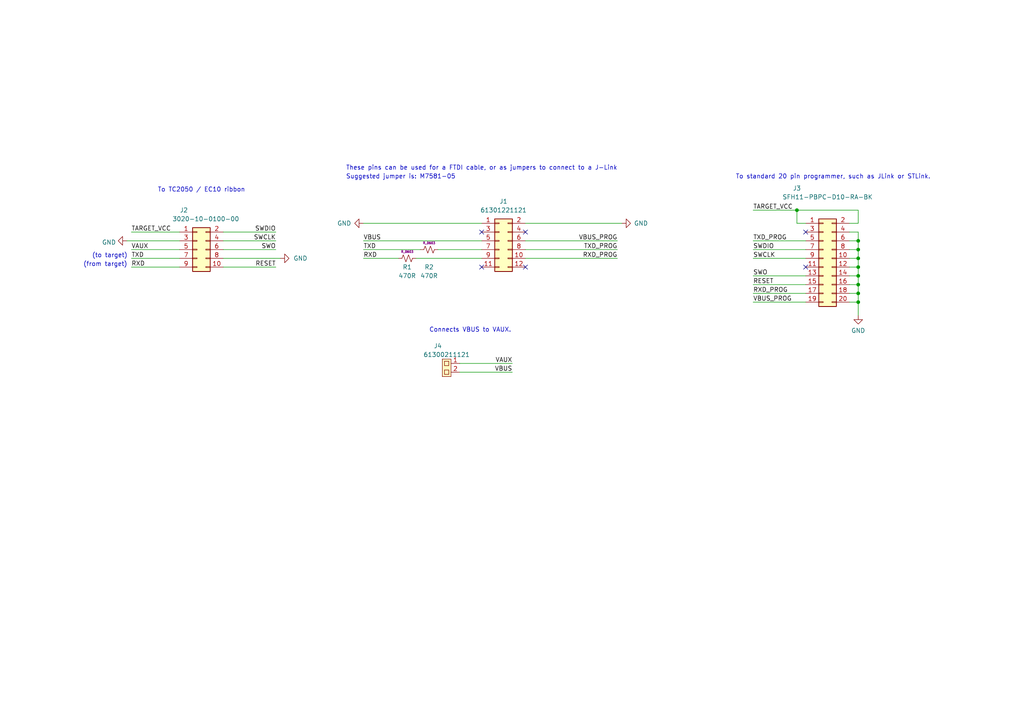
<source format=kicad_sch>
(kicad_sch (version 20230121) (generator eeschema)

  (uuid 3e2b03f1-8714-4135-aacc-87fe7d5079ed)

  (paper "A4")

  (lib_symbols
    (symbol "Connector_Generic:Conn_02x05_Odd_Even" (pin_names (offset 1.016) hide) (in_bom yes) (on_board yes)
      (property "Reference" "J" (at 1.27 7.62 0)
        (effects (font (size 1.27 1.27)))
      )
      (property "Value" "Conn_02x05_Odd_Even" (at 1.27 -7.62 0)
        (effects (font (size 1.27 1.27)))
      )
      (property "Footprint" "" (at 0 0 0)
        (effects (font (size 1.27 1.27)) hide)
      )
      (property "Datasheet" "~" (at 0 0 0)
        (effects (font (size 1.27 1.27)) hide)
      )
      (property "ki_keywords" "connector" (at 0 0 0)
        (effects (font (size 1.27 1.27)) hide)
      )
      (property "ki_description" "Generic connector, double row, 02x05, odd/even pin numbering scheme (row 1 odd numbers, row 2 even numbers), script generated (kicad-library-utils/schlib/autogen/connector/)" (at 0 0 0)
        (effects (font (size 1.27 1.27)) hide)
      )
      (property "ki_fp_filters" "Connector*:*_2x??_*" (at 0 0 0)
        (effects (font (size 1.27 1.27)) hide)
      )
      (symbol "Conn_02x05_Odd_Even_1_1"
        (rectangle (start -1.27 -4.953) (end 0 -5.207)
          (stroke (width 0.1524) (type default))
          (fill (type none))
        )
        (rectangle (start -1.27 -2.413) (end 0 -2.667)
          (stroke (width 0.1524) (type default))
          (fill (type none))
        )
        (rectangle (start -1.27 0.127) (end 0 -0.127)
          (stroke (width 0.1524) (type default))
          (fill (type none))
        )
        (rectangle (start -1.27 2.667) (end 0 2.413)
          (stroke (width 0.1524) (type default))
          (fill (type none))
        )
        (rectangle (start -1.27 5.207) (end 0 4.953)
          (stroke (width 0.1524) (type default))
          (fill (type none))
        )
        (rectangle (start -1.27 6.35) (end 3.81 -6.35)
          (stroke (width 0.254) (type default))
          (fill (type background))
        )
        (rectangle (start 3.81 -4.953) (end 2.54 -5.207)
          (stroke (width 0.1524) (type default))
          (fill (type none))
        )
        (rectangle (start 3.81 -2.413) (end 2.54 -2.667)
          (stroke (width 0.1524) (type default))
          (fill (type none))
        )
        (rectangle (start 3.81 0.127) (end 2.54 -0.127)
          (stroke (width 0.1524) (type default))
          (fill (type none))
        )
        (rectangle (start 3.81 2.667) (end 2.54 2.413)
          (stroke (width 0.1524) (type default))
          (fill (type none))
        )
        (rectangle (start 3.81 5.207) (end 2.54 4.953)
          (stroke (width 0.1524) (type default))
          (fill (type none))
        )
        (pin passive line (at -5.08 5.08 0) (length 3.81)
          (name "Pin_1" (effects (font (size 1.27 1.27))))
          (number "1" (effects (font (size 1.27 1.27))))
        )
        (pin passive line (at 7.62 -5.08 180) (length 3.81)
          (name "Pin_10" (effects (font (size 1.27 1.27))))
          (number "10" (effects (font (size 1.27 1.27))))
        )
        (pin passive line (at 7.62 5.08 180) (length 3.81)
          (name "Pin_2" (effects (font (size 1.27 1.27))))
          (number "2" (effects (font (size 1.27 1.27))))
        )
        (pin passive line (at -5.08 2.54 0) (length 3.81)
          (name "Pin_3" (effects (font (size 1.27 1.27))))
          (number "3" (effects (font (size 1.27 1.27))))
        )
        (pin passive line (at 7.62 2.54 180) (length 3.81)
          (name "Pin_4" (effects (font (size 1.27 1.27))))
          (number "4" (effects (font (size 1.27 1.27))))
        )
        (pin passive line (at -5.08 0 0) (length 3.81)
          (name "Pin_5" (effects (font (size 1.27 1.27))))
          (number "5" (effects (font (size 1.27 1.27))))
        )
        (pin passive line (at 7.62 0 180) (length 3.81)
          (name "Pin_6" (effects (font (size 1.27 1.27))))
          (number "6" (effects (font (size 1.27 1.27))))
        )
        (pin passive line (at -5.08 -2.54 0) (length 3.81)
          (name "Pin_7" (effects (font (size 1.27 1.27))))
          (number "7" (effects (font (size 1.27 1.27))))
        )
        (pin passive line (at 7.62 -2.54 180) (length 3.81)
          (name "Pin_8" (effects (font (size 1.27 1.27))))
          (number "8" (effects (font (size 1.27 1.27))))
        )
        (pin passive line (at -5.08 -5.08 0) (length 3.81)
          (name "Pin_9" (effects (font (size 1.27 1.27))))
          (number "9" (effects (font (size 1.27 1.27))))
        )
      )
    )
    (symbol "Connector_Generic:Conn_02x06_Odd_Even" (pin_names (offset 1.016) hide) (in_bom yes) (on_board yes)
      (property "Reference" "J" (at 1.27 7.62 0)
        (effects (font (size 1.27 1.27)))
      )
      (property "Value" "Conn_02x06_Odd_Even" (at 1.27 -10.16 0)
        (effects (font (size 1.27 1.27)))
      )
      (property "Footprint" "" (at 0 0 0)
        (effects (font (size 1.27 1.27)) hide)
      )
      (property "Datasheet" "~" (at 0 0 0)
        (effects (font (size 1.27 1.27)) hide)
      )
      (property "ki_keywords" "connector" (at 0 0 0)
        (effects (font (size 1.27 1.27)) hide)
      )
      (property "ki_description" "Generic connector, double row, 02x06, odd/even pin numbering scheme (row 1 odd numbers, row 2 even numbers), script generated (kicad-library-utils/schlib/autogen/connector/)" (at 0 0 0)
        (effects (font (size 1.27 1.27)) hide)
      )
      (property "ki_fp_filters" "Connector*:*_2x??_*" (at 0 0 0)
        (effects (font (size 1.27 1.27)) hide)
      )
      (symbol "Conn_02x06_Odd_Even_1_1"
        (rectangle (start -1.27 -7.493) (end 0 -7.747)
          (stroke (width 0.1524) (type default))
          (fill (type none))
        )
        (rectangle (start -1.27 -4.953) (end 0 -5.207)
          (stroke (width 0.1524) (type default))
          (fill (type none))
        )
        (rectangle (start -1.27 -2.413) (end 0 -2.667)
          (stroke (width 0.1524) (type default))
          (fill (type none))
        )
        (rectangle (start -1.27 0.127) (end 0 -0.127)
          (stroke (width 0.1524) (type default))
          (fill (type none))
        )
        (rectangle (start -1.27 2.667) (end 0 2.413)
          (stroke (width 0.1524) (type default))
          (fill (type none))
        )
        (rectangle (start -1.27 5.207) (end 0 4.953)
          (stroke (width 0.1524) (type default))
          (fill (type none))
        )
        (rectangle (start -1.27 6.35) (end 3.81 -8.89)
          (stroke (width 0.254) (type default))
          (fill (type background))
        )
        (rectangle (start 3.81 -7.493) (end 2.54 -7.747)
          (stroke (width 0.1524) (type default))
          (fill (type none))
        )
        (rectangle (start 3.81 -4.953) (end 2.54 -5.207)
          (stroke (width 0.1524) (type default))
          (fill (type none))
        )
        (rectangle (start 3.81 -2.413) (end 2.54 -2.667)
          (stroke (width 0.1524) (type default))
          (fill (type none))
        )
        (rectangle (start 3.81 0.127) (end 2.54 -0.127)
          (stroke (width 0.1524) (type default))
          (fill (type none))
        )
        (rectangle (start 3.81 2.667) (end 2.54 2.413)
          (stroke (width 0.1524) (type default))
          (fill (type none))
        )
        (rectangle (start 3.81 5.207) (end 2.54 4.953)
          (stroke (width 0.1524) (type default))
          (fill (type none))
        )
        (pin passive line (at -5.08 5.08 0) (length 3.81)
          (name "Pin_1" (effects (font (size 1.27 1.27))))
          (number "1" (effects (font (size 1.27 1.27))))
        )
        (pin passive line (at 7.62 -5.08 180) (length 3.81)
          (name "Pin_10" (effects (font (size 1.27 1.27))))
          (number "10" (effects (font (size 1.27 1.27))))
        )
        (pin passive line (at -5.08 -7.62 0) (length 3.81)
          (name "Pin_11" (effects (font (size 1.27 1.27))))
          (number "11" (effects (font (size 1.27 1.27))))
        )
        (pin passive line (at 7.62 -7.62 180) (length 3.81)
          (name "Pin_12" (effects (font (size 1.27 1.27))))
          (number "12" (effects (font (size 1.27 1.27))))
        )
        (pin passive line (at 7.62 5.08 180) (length 3.81)
          (name "Pin_2" (effects (font (size 1.27 1.27))))
          (number "2" (effects (font (size 1.27 1.27))))
        )
        (pin passive line (at -5.08 2.54 0) (length 3.81)
          (name "Pin_3" (effects (font (size 1.27 1.27))))
          (number "3" (effects (font (size 1.27 1.27))))
        )
        (pin passive line (at 7.62 2.54 180) (length 3.81)
          (name "Pin_4" (effects (font (size 1.27 1.27))))
          (number "4" (effects (font (size 1.27 1.27))))
        )
        (pin passive line (at -5.08 0 0) (length 3.81)
          (name "Pin_5" (effects (font (size 1.27 1.27))))
          (number "5" (effects (font (size 1.27 1.27))))
        )
        (pin passive line (at 7.62 0 180) (length 3.81)
          (name "Pin_6" (effects (font (size 1.27 1.27))))
          (number "6" (effects (font (size 1.27 1.27))))
        )
        (pin passive line (at -5.08 -2.54 0) (length 3.81)
          (name "Pin_7" (effects (font (size 1.27 1.27))))
          (number "7" (effects (font (size 1.27 1.27))))
        )
        (pin passive line (at 7.62 -2.54 180) (length 3.81)
          (name "Pin_8" (effects (font (size 1.27 1.27))))
          (number "8" (effects (font (size 1.27 1.27))))
        )
        (pin passive line (at -5.08 -5.08 0) (length 3.81)
          (name "Pin_9" (effects (font (size 1.27 1.27))))
          (number "9" (effects (font (size 1.27 1.27))))
        )
      )
    )
    (symbol "Connector_Generic:Conn_02x10_Odd_Even" (pin_names (offset 1.016) hide) (in_bom yes) (on_board yes)
      (property "Reference" "J" (at 1.27 12.7 0)
        (effects (font (size 1.27 1.27)))
      )
      (property "Value" "Conn_02x10_Odd_Even" (at 1.27 -15.24 0)
        (effects (font (size 1.27 1.27)))
      )
      (property "Footprint" "" (at 0 0 0)
        (effects (font (size 1.27 1.27)) hide)
      )
      (property "Datasheet" "~" (at 0 0 0)
        (effects (font (size 1.27 1.27)) hide)
      )
      (property "ki_keywords" "connector" (at 0 0 0)
        (effects (font (size 1.27 1.27)) hide)
      )
      (property "ki_description" "Generic connector, double row, 02x10, odd/even pin numbering scheme (row 1 odd numbers, row 2 even numbers), script generated (kicad-library-utils/schlib/autogen/connector/)" (at 0 0 0)
        (effects (font (size 1.27 1.27)) hide)
      )
      (property "ki_fp_filters" "Connector*:*_2x??_*" (at 0 0 0)
        (effects (font (size 1.27 1.27)) hide)
      )
      (symbol "Conn_02x10_Odd_Even_1_1"
        (rectangle (start -1.27 -12.573) (end 0 -12.827)
          (stroke (width 0.1524) (type default))
          (fill (type none))
        )
        (rectangle (start -1.27 -10.033) (end 0 -10.287)
          (stroke (width 0.1524) (type default))
          (fill (type none))
        )
        (rectangle (start -1.27 -7.493) (end 0 -7.747)
          (stroke (width 0.1524) (type default))
          (fill (type none))
        )
        (rectangle (start -1.27 -4.953) (end 0 -5.207)
          (stroke (width 0.1524) (type default))
          (fill (type none))
        )
        (rectangle (start -1.27 -2.413) (end 0 -2.667)
          (stroke (width 0.1524) (type default))
          (fill (type none))
        )
        (rectangle (start -1.27 0.127) (end 0 -0.127)
          (stroke (width 0.1524) (type default))
          (fill (type none))
        )
        (rectangle (start -1.27 2.667) (end 0 2.413)
          (stroke (width 0.1524) (type default))
          (fill (type none))
        )
        (rectangle (start -1.27 5.207) (end 0 4.953)
          (stroke (width 0.1524) (type default))
          (fill (type none))
        )
        (rectangle (start -1.27 7.747) (end 0 7.493)
          (stroke (width 0.1524) (type default))
          (fill (type none))
        )
        (rectangle (start -1.27 10.287) (end 0 10.033)
          (stroke (width 0.1524) (type default))
          (fill (type none))
        )
        (rectangle (start -1.27 11.43) (end 3.81 -13.97)
          (stroke (width 0.254) (type default))
          (fill (type background))
        )
        (rectangle (start 3.81 -12.573) (end 2.54 -12.827)
          (stroke (width 0.1524) (type default))
          (fill (type none))
        )
        (rectangle (start 3.81 -10.033) (end 2.54 -10.287)
          (stroke (width 0.1524) (type default))
          (fill (type none))
        )
        (rectangle (start 3.81 -7.493) (end 2.54 -7.747)
          (stroke (width 0.1524) (type default))
          (fill (type none))
        )
        (rectangle (start 3.81 -4.953) (end 2.54 -5.207)
          (stroke (width 0.1524) (type default))
          (fill (type none))
        )
        (rectangle (start 3.81 -2.413) (end 2.54 -2.667)
          (stroke (width 0.1524) (type default))
          (fill (type none))
        )
        (rectangle (start 3.81 0.127) (end 2.54 -0.127)
          (stroke (width 0.1524) (type default))
          (fill (type none))
        )
        (rectangle (start 3.81 2.667) (end 2.54 2.413)
          (stroke (width 0.1524) (type default))
          (fill (type none))
        )
        (rectangle (start 3.81 5.207) (end 2.54 4.953)
          (stroke (width 0.1524) (type default))
          (fill (type none))
        )
        (rectangle (start 3.81 7.747) (end 2.54 7.493)
          (stroke (width 0.1524) (type default))
          (fill (type none))
        )
        (rectangle (start 3.81 10.287) (end 2.54 10.033)
          (stroke (width 0.1524) (type default))
          (fill (type none))
        )
        (pin passive line (at -5.08 10.16 0) (length 3.81)
          (name "Pin_1" (effects (font (size 1.27 1.27))))
          (number "1" (effects (font (size 1.27 1.27))))
        )
        (pin passive line (at 7.62 0 180) (length 3.81)
          (name "Pin_10" (effects (font (size 1.27 1.27))))
          (number "10" (effects (font (size 1.27 1.27))))
        )
        (pin passive line (at -5.08 -2.54 0) (length 3.81)
          (name "Pin_11" (effects (font (size 1.27 1.27))))
          (number "11" (effects (font (size 1.27 1.27))))
        )
        (pin passive line (at 7.62 -2.54 180) (length 3.81)
          (name "Pin_12" (effects (font (size 1.27 1.27))))
          (number "12" (effects (font (size 1.27 1.27))))
        )
        (pin passive line (at -5.08 -5.08 0) (length 3.81)
          (name "Pin_13" (effects (font (size 1.27 1.27))))
          (number "13" (effects (font (size 1.27 1.27))))
        )
        (pin passive line (at 7.62 -5.08 180) (length 3.81)
          (name "Pin_14" (effects (font (size 1.27 1.27))))
          (number "14" (effects (font (size 1.27 1.27))))
        )
        (pin passive line (at -5.08 -7.62 0) (length 3.81)
          (name "Pin_15" (effects (font (size 1.27 1.27))))
          (number "15" (effects (font (size 1.27 1.27))))
        )
        (pin passive line (at 7.62 -7.62 180) (length 3.81)
          (name "Pin_16" (effects (font (size 1.27 1.27))))
          (number "16" (effects (font (size 1.27 1.27))))
        )
        (pin passive line (at -5.08 -10.16 0) (length 3.81)
          (name "Pin_17" (effects (font (size 1.27 1.27))))
          (number "17" (effects (font (size 1.27 1.27))))
        )
        (pin passive line (at 7.62 -10.16 180) (length 3.81)
          (name "Pin_18" (effects (font (size 1.27 1.27))))
          (number "18" (effects (font (size 1.27 1.27))))
        )
        (pin passive line (at -5.08 -12.7 0) (length 3.81)
          (name "Pin_19" (effects (font (size 1.27 1.27))))
          (number "19" (effects (font (size 1.27 1.27))))
        )
        (pin passive line (at 7.62 10.16 180) (length 3.81)
          (name "Pin_2" (effects (font (size 1.27 1.27))))
          (number "2" (effects (font (size 1.27 1.27))))
        )
        (pin passive line (at 7.62 -12.7 180) (length 3.81)
          (name "Pin_20" (effects (font (size 1.27 1.27))))
          (number "20" (effects (font (size 1.27 1.27))))
        )
        (pin passive line (at -5.08 7.62 0) (length 3.81)
          (name "Pin_3" (effects (font (size 1.27 1.27))))
          (number "3" (effects (font (size 1.27 1.27))))
        )
        (pin passive line (at 7.62 7.62 180) (length 3.81)
          (name "Pin_4" (effects (font (size 1.27 1.27))))
          (number "4" (effects (font (size 1.27 1.27))))
        )
        (pin passive line (at -5.08 5.08 0) (length 3.81)
          (name "Pin_5" (effects (font (size 1.27 1.27))))
          (number "5" (effects (font (size 1.27 1.27))))
        )
        (pin passive line (at 7.62 5.08 180) (length 3.81)
          (name "Pin_6" (effects (font (size 1.27 1.27))))
          (number "6" (effects (font (size 1.27 1.27))))
        )
        (pin passive line (at -5.08 2.54 0) (length 3.81)
          (name "Pin_7" (effects (font (size 1.27 1.27))))
          (number "7" (effects (font (size 1.27 1.27))))
        )
        (pin passive line (at 7.62 2.54 180) (length 3.81)
          (name "Pin_8" (effects (font (size 1.27 1.27))))
          (number "8" (effects (font (size 1.27 1.27))))
        )
        (pin passive line (at -5.08 0 0) (length 3.81)
          (name "Pin_9" (effects (font (size 1.27 1.27))))
          (number "9" (effects (font (size 1.27 1.27))))
        )
      )
    )
    (symbol "J_Connector:Pins_2.54_1x2" (pin_names hide) (in_bom yes) (on_board yes)
      (property "Reference" "J" (at -1.27 6.35 0)
        (effects (font (size 1.27 1.27)))
      )
      (property "Value" "Pins_2.54_1x2" (at 0 -1.27 0)
        (effects (font (size 1.27 1.27)))
      )
      (property "Footprint" "J_Connector:Pins-2.54-1x2" (at 0 -3.175 0)
        (effects (font (size 1.27 1.27)) hide)
      )
      (property "Datasheet" "" (at 0 0 0)
        (effects (font (size 1.27 1.27)) hide)
      )
      (symbol "Pins_2.54_1x2_0_1"
        (rectangle (start -1.27 5.08) (end 1.27 0)
          (stroke (width 0.1524) (type default))
          (fill (type background))
        )
        (rectangle (start -0.635 1.905) (end 0.635 0.635)
          (stroke (width 0.1524) (type default))
          (fill (type none))
        )
        (rectangle (start -0.635 4.445) (end 0.635 3.175)
          (stroke (width 0.1524) (type default))
          (fill (type none))
        )
      )
      (symbol "Pins_2.54_1x2_1_1"
        (pin passive line (at -3.81 3.81 0) (length 2.54)
          (name "1" (effects (font (size 1.27 1.27))))
          (number "1" (effects (font (size 1.27 1.27))))
        )
        (pin passive line (at -3.81 1.27 0) (length 2.54)
          (name "2" (effects (font (size 1.27 1.27))))
          (number "2" (effects (font (size 1.27 1.27))))
        )
      )
    )
    (symbol "R_Resistor:R_0603" (pin_numbers hide) (pin_names (offset 1.016)) (in_bom yes) (on_board yes)
      (property "Reference" "R" (at 2.54 1.905 0)
        (effects (font (size 1.27 1.27)))
      )
      (property "Value" "R_0603" (at 5.08 0 0)
        (effects (font (size 1.27 1.27)))
      )
      (property "Footprint" "R_Resistor:R_0603" (at -2.54 0 90)
        (effects (font (size 1.27 1.27)) hide)
      )
      (property "Datasheet" "" (at -2.54 -3.81 0)
        (effects (font (size 1.27 1.27)) hide)
      )
      (property "Size" "R_0603" (at 3.81 -1.905 0)
        (effects (font (size 0.635 0.635)))
      )
      (symbol "R_0603_1_1"
        (polyline
          (pts
            (xy 0 0)
            (xy 1.016 -0.381)
            (xy 0 -0.762)
            (xy -1.016 -1.143)
            (xy 0 -1.524)
          )
          (stroke (width 0) (type default))
          (fill (type none))
        )
        (polyline
          (pts
            (xy 0 1.524)
            (xy 1.016 1.143)
            (xy 0 0.762)
            (xy -1.016 0.381)
            (xy 0 0)
          )
          (stroke (width 0) (type default))
          (fill (type none))
        )
        (pin passive line (at 0 2.54 270) (length 1.016)
          (name "~" (effects (font (size 1.27 1.27))))
          (number "1" (effects (font (size 1.27 1.27))))
        )
        (pin passive line (at 0 -2.54 90) (length 1.016)
          (name "~" (effects (font (size 1.27 1.27))))
          (number "2" (effects (font (size 1.27 1.27))))
        )
      )
    )
    (symbol "power:GND" (power) (pin_names (offset 0)) (in_bom yes) (on_board yes)
      (property "Reference" "#PWR" (at 0 -6.35 0)
        (effects (font (size 1.27 1.27)) hide)
      )
      (property "Value" "GND" (at 0 -3.81 0)
        (effects (font (size 1.27 1.27)))
      )
      (property "Footprint" "" (at 0 0 0)
        (effects (font (size 1.27 1.27)) hide)
      )
      (property "Datasheet" "" (at 0 0 0)
        (effects (font (size 1.27 1.27)) hide)
      )
      (property "ki_keywords" "power-flag" (at 0 0 0)
        (effects (font (size 1.27 1.27)) hide)
      )
      (property "ki_description" "Power symbol creates a global label with name \"GND\" , ground" (at 0 0 0)
        (effects (font (size 1.27 1.27)) hide)
      )
      (symbol "GND_0_1"
        (polyline
          (pts
            (xy 0 0)
            (xy 0 -1.27)
            (xy 1.27 -1.27)
            (xy 0 -2.54)
            (xy -1.27 -1.27)
            (xy 0 -1.27)
          )
          (stroke (width 0) (type default))
          (fill (type none))
        )
      )
      (symbol "GND_1_1"
        (pin power_in line (at 0 0 270) (length 0) hide
          (name "GND" (effects (font (size 1.27 1.27))))
          (number "1" (effects (font (size 1.27 1.27))))
        )
      )
    )
  )

  (junction (at 248.92 72.39) (diameter 0) (color 0 0 0 0)
    (uuid 09c595d2-a122-4bb1-9176-1544ed1e1e57)
  )
  (junction (at 248.92 74.93) (diameter 0) (color 0 0 0 0)
    (uuid 27e2b430-756e-4180-ae84-655c6441f9c3)
  )
  (junction (at 231.14 60.96) (diameter 0) (color 0 0 0 0)
    (uuid 508e47bd-085b-4c20-ae89-99fe6dcddb97)
  )
  (junction (at 248.92 82.55) (diameter 0) (color 0 0 0 0)
    (uuid 55009968-1e79-4ef8-8115-0e6ecff93680)
  )
  (junction (at 248.92 85.09) (diameter 0) (color 0 0 0 0)
    (uuid 7790fe0e-a1cb-4e06-8b57-48ea68764e79)
  )
  (junction (at 248.92 69.85) (diameter 0) (color 0 0 0 0)
    (uuid 811989d9-8fdf-49e6-9d4b-0e12fd0328cd)
  )
  (junction (at 248.92 77.47) (diameter 0) (color 0 0 0 0)
    (uuid 840dfdc9-64fe-4818-8570-9553faff5a19)
  )
  (junction (at 248.92 87.63) (diameter 0) (color 0 0 0 0)
    (uuid a3590f82-362c-4e00-8b88-93c3ccb5a42d)
  )
  (junction (at 248.92 80.01) (diameter 0) (color 0 0 0 0)
    (uuid cbe6fca5-6aac-4f81-ac13-9bdf1f4c65c2)
  )

  (no_connect (at 233.68 67.31) (uuid 42548ad0-7fb0-4cc8-8cc3-83e6884a3eb2))
  (no_connect (at 139.7 67.31) (uuid 51c7c82b-f997-429f-b4d3-f9416ce58f2b))
  (no_connect (at 152.4 77.47) (uuid a096164a-a59c-4bd0-baa7-0e7483fd6d38))
  (no_connect (at 139.7 77.47) (uuid a14753fc-763c-4fe0-bce1-008dd5b9f244))
  (no_connect (at 233.68 77.47) (uuid a6041275-8a5f-4276-9ae4-7d9eb5e298a2))
  (no_connect (at 152.4 67.31) (uuid d536cc0e-edd9-4d3c-b38f-c13208364d96))

  (wire (pts (xy 133.35 107.95) (xy 148.59 107.95))
    (stroke (width 0) (type default))
    (uuid 09954332-5f37-436a-8daa-d902f3ce36aa)
  )
  (wire (pts (xy 105.41 74.93) (xy 115.57 74.93))
    (stroke (width 0) (type default))
    (uuid 0cdbbbf6-e74f-4700-b245-561b86116b79)
  )
  (wire (pts (xy 248.92 67.31) (xy 246.38 67.31))
    (stroke (width 0) (type default))
    (uuid 0efc6982-fd76-4576-b32a-01e4551f120c)
  )
  (wire (pts (xy 105.41 69.85) (xy 139.7 69.85))
    (stroke (width 0) (type default))
    (uuid 10cad7a5-aa00-456e-a4f3-80ce817ccd97)
  )
  (wire (pts (xy 218.44 87.63) (xy 233.68 87.63))
    (stroke (width 0) (type default))
    (uuid 1c0bab4c-74c2-497e-8b3d-5bc1cb20a256)
  )
  (wire (pts (xy 248.92 85.09) (xy 248.92 82.55))
    (stroke (width 0) (type default))
    (uuid 2a32d039-b8fc-49dc-a50c-e513520f4c9d)
  )
  (wire (pts (xy 218.44 82.55) (xy 233.68 82.55))
    (stroke (width 0) (type default))
    (uuid 2b9e1228-05e3-4545-b95f-e8dd3d6dc2cf)
  )
  (wire (pts (xy 246.38 77.47) (xy 248.92 77.47))
    (stroke (width 0) (type default))
    (uuid 2fa7ece2-bd21-4c90-bf9d-024ce33193d1)
  )
  (wire (pts (xy 248.92 87.63) (xy 248.92 85.09))
    (stroke (width 0) (type default))
    (uuid 3609018b-9246-4dcd-824c-1752a8cba88e)
  )
  (wire (pts (xy 152.4 74.93) (xy 179.07 74.93))
    (stroke (width 0) (type default))
    (uuid 3b7b6407-a174-4e3e-b95a-9d9234402fe4)
  )
  (wire (pts (xy 218.44 80.01) (xy 233.68 80.01))
    (stroke (width 0) (type default))
    (uuid 3ec5225b-fc13-48be-886a-acc2b38cd4fa)
  )
  (wire (pts (xy 127 72.39) (xy 139.7 72.39))
    (stroke (width 0) (type default))
    (uuid 4011a694-e175-4ffb-af61-2c65ec66e68f)
  )
  (wire (pts (xy 64.77 67.31) (xy 80.01 67.31))
    (stroke (width 0) (type default))
    (uuid 41a39f4c-82e5-4989-b7d0-a9737b5df2ab)
  )
  (wire (pts (xy 248.92 80.01) (xy 248.92 77.47))
    (stroke (width 0) (type default))
    (uuid 436c54f4-a879-43c8-8799-ca55f4ffdc60)
  )
  (wire (pts (xy 52.07 67.31) (xy 38.1 67.31))
    (stroke (width 0) (type default))
    (uuid 4ac83aca-524f-469e-9712-d6a46e0943ab)
  )
  (wire (pts (xy 248.92 77.47) (xy 248.92 74.93))
    (stroke (width 0) (type default))
    (uuid 4c746cdc-644e-4df4-b1df-869ca8b363f3)
  )
  (wire (pts (xy 246.38 80.01) (xy 248.92 80.01))
    (stroke (width 0) (type default))
    (uuid 4f0e4e0a-1ccf-446a-99fa-93d558292a67)
  )
  (wire (pts (xy 248.92 72.39) (xy 248.92 69.85))
    (stroke (width 0) (type default))
    (uuid 52c63624-cf92-4aba-97b8-d4e9b1106094)
  )
  (wire (pts (xy 218.44 72.39) (xy 233.68 72.39))
    (stroke (width 0) (type default))
    (uuid 5322f76a-0dc2-4c64-9a2b-928f63a3dc29)
  )
  (wire (pts (xy 120.65 74.93) (xy 139.7 74.93))
    (stroke (width 0) (type default))
    (uuid 559be9c1-72b3-47e2-9169-ca042f6fdd8a)
  )
  (wire (pts (xy 105.41 72.39) (xy 121.92 72.39))
    (stroke (width 0) (type default))
    (uuid 597e2869-cfbb-4619-8326-b5409ded2851)
  )
  (wire (pts (xy 248.92 91.44) (xy 248.92 87.63))
    (stroke (width 0) (type default))
    (uuid 6019763a-0299-4435-bc9a-091a4b5b6b18)
  )
  (wire (pts (xy 218.44 74.93) (xy 233.68 74.93))
    (stroke (width 0) (type default))
    (uuid 6470716f-2f48-41b7-8f21-edbf4fe8b9a4)
  )
  (wire (pts (xy 38.1 74.93) (xy 52.07 74.93))
    (stroke (width 0) (type default))
    (uuid 64c2891c-bf9b-464a-b06e-eeba76eecf73)
  )
  (wire (pts (xy 248.92 82.55) (xy 248.92 80.01))
    (stroke (width 0) (type default))
    (uuid 65b1be63-dfa3-48fd-92a3-ccbc597c88dc)
  )
  (wire (pts (xy 218.44 60.96) (xy 231.14 60.96))
    (stroke (width 0) (type default))
    (uuid 69a2d297-5313-4237-bd3f-8addd5116076)
  )
  (wire (pts (xy 38.1 72.39) (xy 52.07 72.39))
    (stroke (width 0) (type default))
    (uuid 705ec4d5-a3e8-4c2d-a6b6-6d37f3593156)
  )
  (wire (pts (xy 231.14 64.77) (xy 231.14 60.96))
    (stroke (width 0) (type default))
    (uuid 751712c6-3878-41f7-a3b0-f9990235515f)
  )
  (wire (pts (xy 64.77 72.39) (xy 80.01 72.39))
    (stroke (width 0) (type default))
    (uuid 76470cd0-b5b7-4bc9-b32c-e4f8e08363d6)
  )
  (wire (pts (xy 248.92 60.96) (xy 248.92 64.77))
    (stroke (width 0) (type default))
    (uuid 766cd96c-a5d9-468e-8089-bbde56c3504f)
  )
  (wire (pts (xy 248.92 69.85) (xy 248.92 67.31))
    (stroke (width 0) (type default))
    (uuid 7c991276-4c88-4284-a6a7-a25b362259c8)
  )
  (wire (pts (xy 246.38 72.39) (xy 248.92 72.39))
    (stroke (width 0) (type default))
    (uuid 8b4fc796-2423-44d5-a28d-a8005f05e2a5)
  )
  (wire (pts (xy 152.4 69.85) (xy 179.07 69.85))
    (stroke (width 0) (type default))
    (uuid 8c5594e7-697a-4a66-8eea-92b20f986b57)
  )
  (wire (pts (xy 246.38 82.55) (xy 248.92 82.55))
    (stroke (width 0) (type default))
    (uuid 8ed1dfef-ab59-4819-94c1-5077123774d1)
  )
  (wire (pts (xy 133.35 105.41) (xy 148.59 105.41))
    (stroke (width 0) (type default))
    (uuid 9f6d058e-bf20-4a39-a0ef-97ed401f5ebf)
  )
  (wire (pts (xy 36.83 69.85) (xy 52.07 69.85))
    (stroke (width 0) (type default))
    (uuid a1e310bc-0bbf-4762-bd1b-2971baee4dc5)
  )
  (wire (pts (xy 246.38 69.85) (xy 248.92 69.85))
    (stroke (width 0) (type default))
    (uuid a7c7cc43-00df-4600-8a75-83a4ea389ba9)
  )
  (wire (pts (xy 246.38 85.09) (xy 248.92 85.09))
    (stroke (width 0) (type default))
    (uuid b0e21bfd-0595-4472-9f97-e36184f6f151)
  )
  (wire (pts (xy 231.14 60.96) (xy 248.92 60.96))
    (stroke (width 0) (type default))
    (uuid b2d36fe8-7023-40d2-b87f-e89e27027125)
  )
  (wire (pts (xy 246.38 87.63) (xy 248.92 87.63))
    (stroke (width 0) (type default))
    (uuid b93bbbc1-d9eb-4814-a5b3-1dc65c8ba0b4)
  )
  (wire (pts (xy 152.4 64.77) (xy 180.34 64.77))
    (stroke (width 0) (type default))
    (uuid be7f7d36-e3c1-4925-97fd-58a04071ab0b)
  )
  (wire (pts (xy 248.92 74.93) (xy 248.92 72.39))
    (stroke (width 0) (type default))
    (uuid c68e2315-304b-459e-8570-286b90d7d5f1)
  )
  (wire (pts (xy 248.92 64.77) (xy 246.38 64.77))
    (stroke (width 0) (type default))
    (uuid ce7f8b9f-80cf-49a6-8d28-6d3f27ba6e13)
  )
  (wire (pts (xy 64.77 77.47) (xy 80.01 77.47))
    (stroke (width 0) (type default))
    (uuid cebd8e6d-822a-463a-9493-a752f060fb6a)
  )
  (wire (pts (xy 105.41 64.77) (xy 139.7 64.77))
    (stroke (width 0) (type default))
    (uuid e07723b5-3ee6-403f-9590-1f0a4fe06e8c)
  )
  (wire (pts (xy 38.1 77.47) (xy 52.07 77.47))
    (stroke (width 0) (type default))
    (uuid e7adf17e-25c8-44c1-b4a2-a5c798e09535)
  )
  (wire (pts (xy 218.44 85.09) (xy 233.68 85.09))
    (stroke (width 0) (type default))
    (uuid ed48d375-670e-4d6e-90c8-c1aa43540b1f)
  )
  (wire (pts (xy 246.38 74.93) (xy 248.92 74.93))
    (stroke (width 0) (type default))
    (uuid f087c46b-ae2e-4c19-803a-16a52cdafb67)
  )
  (wire (pts (xy 233.68 64.77) (xy 231.14 64.77))
    (stroke (width 0) (type default))
    (uuid f1ad2cda-0913-4799-b206-0946db6fd5db)
  )
  (wire (pts (xy 218.44 69.85) (xy 233.68 69.85))
    (stroke (width 0) (type default))
    (uuid f7154025-1abb-49b7-9291-435cbf552490)
  )
  (wire (pts (xy 64.77 74.93) (xy 81.28 74.93))
    (stroke (width 0) (type default))
    (uuid f9a0b772-103b-4639-8ead-8672d30f6e11)
  )
  (wire (pts (xy 152.4 72.39) (xy 179.07 72.39))
    (stroke (width 0) (type default))
    (uuid fd3b3150-f70c-4e70-9b1b-6f6aab1791e3)
  )
  (wire (pts (xy 64.77 69.85) (xy 80.01 69.85))
    (stroke (width 0) (type default))
    (uuid ff0ac3a4-8f78-4460-bfd5-0a6d9cf586f2)
  )

  (text "Connects VBUS to VAUX." (at 124.46 96.52 0)
    (effects (font (size 1.27 1.27)) (justify left bottom))
    (uuid 52ae7fd9-b526-4a7e-a8b6-6a2d2a1e4671)
  )
  (text "Suggested jumper is: M7581-05" (at 100.33 52.07 0)
    (effects (font (size 1.27 1.27)) (justify left bottom))
    (uuid 954b1e6d-dec6-4006-afd8-82830fa5fc8d)
  )
  (text "(to target)" (at 26.67 74.93 0)
    (effects (font (size 1.27 1.27)) (justify left bottom))
    (uuid 999279e0-1d3e-4de9-b826-01d33423a5cb)
  )
  (text "(from target)" (at 24.13 77.47 0)
    (effects (font (size 1.27 1.27)) (justify left bottom))
    (uuid a9d140ec-1ab3-40d1-a54e-bac252775ce2)
  )
  (text "To TC2050 / EC10 ribbon" (at 45.72 55.88 0)
    (effects (font (size 1.27 1.27)) (justify left bottom))
    (uuid ac1c823b-a2b1-48de-a3f1-2857e692642c)
  )
  (text "To standard 20 pin programmer, such as JLink or STLink."
    (at 213.36 52.07 0)
    (effects (font (size 1.27 1.27)) (justify left bottom))
    (uuid cd470ad6-739a-4dab-a1d8-d52b43b5d129)
  )
  (text "These pins can be used for a FTDI cable, or as jumpers to connect to a J-Link"
    (at 100.33 49.53 0)
    (effects (font (size 1.27 1.27)) (justify left bottom))
    (uuid e19cdc10-7b7b-41fd-9a25-5a05651120bc)
  )

  (label "SWDIO" (at 80.01 67.31 180) (fields_autoplaced)
    (effects (font (size 1.27 1.27)) (justify right bottom))
    (uuid 00e5861b-b22d-4e70-87ed-35a9c8a6bf27)
  )
  (label "VBUS" (at 105.41 69.85 0) (fields_autoplaced)
    (effects (font (size 1.27 1.27)) (justify left bottom))
    (uuid 0d72f432-67c8-4ec9-88d9-f85968bfed65)
  )
  (label "TARGET_VCC" (at 218.44 60.96 0) (fields_autoplaced)
    (effects (font (size 1.27 1.27)) (justify left bottom))
    (uuid 2c9704e7-3f67-4d0a-900d-8829cf5009c1)
  )
  (label "SWCLK" (at 218.44 74.93 0) (fields_autoplaced)
    (effects (font (size 1.27 1.27)) (justify left bottom))
    (uuid 37efdef5-1db8-46db-b2e0-18654d7d19ba)
  )
  (label "TXD" (at 105.41 72.39 0) (fields_autoplaced)
    (effects (font (size 1.27 1.27)) (justify left bottom))
    (uuid 3edf37a4-67a2-49ba-897f-9737145bea56)
  )
  (label "TXD" (at 38.1 74.93 0) (fields_autoplaced)
    (effects (font (size 1.27 1.27)) (justify left bottom))
    (uuid 465b302e-4e29-44f5-9012-10ff20476399)
  )
  (label "SWO" (at 218.44 80.01 0) (fields_autoplaced)
    (effects (font (size 1.27 1.27)) (justify left bottom))
    (uuid 56a46fc3-b134-4ec0-92d9-de16ae6f0af7)
  )
  (label "SWO" (at 80.01 72.39 180) (fields_autoplaced)
    (effects (font (size 1.27 1.27)) (justify right bottom))
    (uuid 5816fe58-2ab6-4eb1-b9b1-8b666502f45a)
  )
  (label "SWCLK" (at 80.01 69.85 180) (fields_autoplaced)
    (effects (font (size 1.27 1.27)) (justify right bottom))
    (uuid 5957a2b7-af16-4d83-88ae-e7321a44ccec)
  )
  (label "VBUS_PROG" (at 218.44 87.63 0) (fields_autoplaced)
    (effects (font (size 1.27 1.27)) (justify left bottom))
    (uuid 5f8f5e6c-f411-4b8f-ac16-c1e24f6311ea)
  )
  (label "TARGET_VCC" (at 38.1 67.31 0) (fields_autoplaced)
    (effects (font (size 1.27 1.27)) (justify left bottom))
    (uuid 6159765b-ed15-4821-ab17-c1f7c29f6a88)
  )
  (label "RXD" (at 105.41 74.93 0) (fields_autoplaced)
    (effects (font (size 1.27 1.27)) (justify left bottom))
    (uuid 65914105-2e68-4a83-b0df-7a077fd29f2c)
  )
  (label "TXD_PROG" (at 218.44 69.85 0) (fields_autoplaced)
    (effects (font (size 1.27 1.27)) (justify left bottom))
    (uuid 68f4a3e0-f02f-4bc5-ae99-2104fb8517cd)
  )
  (label "VBUS_PROG" (at 179.07 69.85 180) (fields_autoplaced)
    (effects (font (size 1.27 1.27)) (justify right bottom))
    (uuid 6abb37a6-ae47-4585-a696-eea0edc96075)
  )
  (label "SWDIO" (at 218.44 72.39 0) (fields_autoplaced)
    (effects (font (size 1.27 1.27)) (justify left bottom))
    (uuid 797fc8e7-4e26-4f09-a8dd-63d4e30f985b)
  )
  (label "RXD_PROG" (at 179.07 74.93 180) (fields_autoplaced)
    (effects (font (size 1.27 1.27)) (justify right bottom))
    (uuid 7df6e44f-a633-4933-a234-9481f0c21c2a)
  )
  (label "RESET" (at 80.01 77.47 180) (fields_autoplaced)
    (effects (font (size 1.27 1.27)) (justify right bottom))
    (uuid 807c3fd6-82f7-4431-a835-45fa6421ded8)
  )
  (label "VBUS" (at 148.59 107.95 180) (fields_autoplaced)
    (effects (font (size 1.27 1.27)) (justify right bottom))
    (uuid aa41b9c3-0306-43a7-9809-7ac3b6b89b31)
  )
  (label "TXD_PROG" (at 179.07 72.39 180) (fields_autoplaced)
    (effects (font (size 1.27 1.27)) (justify right bottom))
    (uuid c2b152a5-1eb2-43dc-a39f-a86999a17dbb)
  )
  (label "RESET" (at 218.44 82.55 0) (fields_autoplaced)
    (effects (font (size 1.27 1.27)) (justify left bottom))
    (uuid c92e5118-d230-42ae-8200-83bbe9a1fc21)
  )
  (label "VAUX" (at 148.59 105.41 180) (fields_autoplaced)
    (effects (font (size 1.27 1.27)) (justify right bottom))
    (uuid d2c8777d-5612-435f-ad99-0799d3ebe71c)
  )
  (label "RXD_PROG" (at 218.44 85.09 0) (fields_autoplaced)
    (effects (font (size 1.27 1.27)) (justify left bottom))
    (uuid eca81259-4b2c-44f3-8000-f8c2eb5a5a80)
  )
  (label "RXD" (at 38.1 77.47 0) (fields_autoplaced)
    (effects (font (size 1.27 1.27)) (justify left bottom))
    (uuid ecf3f46d-3cee-43e9-8371-986b3995e19d)
  )
  (label "VAUX" (at 38.1 72.39 0) (fields_autoplaced)
    (effects (font (size 1.27 1.27)) (justify left bottom))
    (uuid f50cf4b8-3f14-4f0a-ada6-2ce6c8cf24fb)
  )

  (symbol (lib_id "power:GND") (at 180.34 64.77 90) (unit 1)
    (in_bom yes) (on_board yes) (dnp no)
    (uuid 0bcc745a-edeb-4683-b2aa-b3120a7a2815)
    (property "Reference" "#PWR06" (at 186.69 64.77 0)
      (effects (font (size 1.27 1.27)) hide)
    )
    (property "Value" "GND" (at 187.96 64.77 90)
      (effects (font (size 1.27 1.27)) (justify left))
    )
    (property "Footprint" "" (at 180.34 64.77 0)
      (effects (font (size 1.27 1.27)) hide)
    )
    (property "Datasheet" "" (at 180.34 64.77 0)
      (effects (font (size 1.27 1.27)) hide)
    )
    (pin "1" (uuid dc0719e6-e706-487b-a80d-53dcb2927324))
    (instances
      (project "SWD-UART-CTX-10"
        (path "/3e2b03f1-8714-4135-aacc-87fe7d5079ed"
          (reference "#PWR06") (unit 1)
        )
      )
    )
  )

  (symbol (lib_id "Connector_Generic:Conn_02x05_Odd_Even") (at 57.15 72.39 0) (unit 1)
    (in_bom yes) (on_board yes) (dnp no)
    (uuid 35a08868-1708-43da-9129-9b63dc9ee9b8)
    (property "Reference" "J2" (at 53.34 60.96 0)
      (effects (font (size 1.27 1.27)))
    )
    (property "Value" "3020-10-0100-00" (at 59.69 63.5 0)
      (effects (font (size 1.27 1.27)))
    )
    (property "Footprint" "Connector_IDC:IDC-Header_2x05_P2.54mm_Vertical" (at 57.15 72.39 0)
      (effects (font (size 1.27 1.27)) hide)
    )
    (property "Datasheet" "~" (at 57.15 72.39 0)
      (effects (font (size 1.27 1.27)) hide)
    )
    (pin "1" (uuid 4c6450de-5da0-4a4c-9c1b-1c7aba6bd043))
    (pin "10" (uuid 8986c7f3-dc51-4b44-a428-a62ae65f7144))
    (pin "2" (uuid 649a70f0-5ce1-411b-8d80-92157c54245c))
    (pin "3" (uuid 467112d3-facf-4ce9-993f-1e579d3e3e6c))
    (pin "4" (uuid 838b9ff5-1acf-4fa0-a96f-3997c5255d8d))
    (pin "5" (uuid 764866d8-f900-42fd-8b8e-49e237a86a3f))
    (pin "6" (uuid 15e40852-be03-478b-9e97-22fb7be8db71))
    (pin "7" (uuid 7f0511c9-66c9-49e1-819c-4c8083c4d979))
    (pin "8" (uuid 5cd64659-1e9b-4190-bbaa-bb9209404084))
    (pin "9" (uuid b545ad9f-f348-4eac-bf92-9869e05dcdab))
    (instances
      (project "SWD-UART-CTX-10"
        (path "/3e2b03f1-8714-4135-aacc-87fe7d5079ed"
          (reference "J2") (unit 1)
        )
      )
    )
  )

  (symbol (lib_id "power:GND") (at 248.92 91.44 0) (unit 1)
    (in_bom yes) (on_board yes) (dnp no) (fields_autoplaced)
    (uuid 59a0951e-70d9-4bfa-b573-ad93eb9d857f)
    (property "Reference" "#PWR012" (at 248.92 97.79 0)
      (effects (font (size 1.27 1.27)) hide)
    )
    (property "Value" "GND" (at 248.92 95.8834 0)
      (effects (font (size 1.27 1.27)))
    )
    (property "Footprint" "" (at 248.92 91.44 0)
      (effects (font (size 1.27 1.27)) hide)
    )
    (property "Datasheet" "" (at 248.92 91.44 0)
      (effects (font (size 1.27 1.27)) hide)
    )
    (pin "1" (uuid 7a2ac5a0-b574-4b68-8faa-a21445a5496e))
    (instances
      (project "SWD-UART-CTX-10"
        (path "/3e2b03f1-8714-4135-aacc-87fe7d5079ed"
          (reference "#PWR012") (unit 1)
        )
      )
    )
  )

  (symbol (lib_id "power:GND") (at 105.41 64.77 270) (unit 1)
    (in_bom yes) (on_board yes) (dnp no)
    (uuid a69a086f-30db-4251-8265-f67bfcd02e54)
    (property "Reference" "#PWR05" (at 99.06 64.77 0)
      (effects (font (size 1.27 1.27)) hide)
    )
    (property "Value" "GND" (at 97.79 64.77 90)
      (effects (font (size 1.27 1.27)) (justify left))
    )
    (property "Footprint" "" (at 105.41 64.77 0)
      (effects (font (size 1.27 1.27)) hide)
    )
    (property "Datasheet" "" (at 105.41 64.77 0)
      (effects (font (size 1.27 1.27)) hide)
    )
    (pin "1" (uuid 409f6688-f500-49df-9b2e-6b08a24eefba))
    (instances
      (project "SWD-UART-CTX-10"
        (path "/3e2b03f1-8714-4135-aacc-87fe7d5079ed"
          (reference "#PWR05") (unit 1)
        )
      )
    )
  )

  (symbol (lib_id "power:GND") (at 36.83 69.85 270) (unit 1)
    (in_bom yes) (on_board yes) (dnp no) (fields_autoplaced)
    (uuid c3a98f9c-2590-4542-a3f9-deee99da461f)
    (property "Reference" "#PWR02" (at 30.48 69.85 0)
      (effects (font (size 1.27 1.27)) hide)
    )
    (property "Value" "GND" (at 33.6551 70.2838 90)
      (effects (font (size 1.27 1.27)) (justify right))
    )
    (property "Footprint" "" (at 36.83 69.85 0)
      (effects (font (size 1.27 1.27)) hide)
    )
    (property "Datasheet" "" (at 36.83 69.85 0)
      (effects (font (size 1.27 1.27)) hide)
    )
    (pin "1" (uuid 630e6ef2-95f6-4419-82d8-7843980f368e))
    (instances
      (project "SWD-UART-CTX-10"
        (path "/3e2b03f1-8714-4135-aacc-87fe7d5079ed"
          (reference "#PWR02") (unit 1)
        )
      )
    )
  )

  (symbol (lib_id "R_Resistor:R_0603") (at 118.11 74.93 90) (unit 1)
    (in_bom yes) (on_board yes) (dnp no)
    (uuid cce4f314-c46a-455b-951c-a2b83637192b)
    (property "Reference" "R1" (at 118.11 77.4731 90)
      (effects (font (size 1.27 1.27)))
    )
    (property "Value" "470R" (at 118.11 80.01 90)
      (effects (font (size 1.27 1.27)))
    )
    (property "Footprint" "R_Resistor:R_0603" (at 118.11 77.47 90)
      (effects (font (size 1.27 1.27)) hide)
    )
    (property "Datasheet" "" (at 121.92 77.47 0)
      (effects (font (size 1.27 1.27)) hide)
    )
    (property "Size" "R_0603" (at 118.11 73.0152 90)
      (effects (font (size 0.635 0.635)))
    )
    (pin "1" (uuid d95afe00-81f2-4b70-8710-275ba7d388d9))
    (pin "2" (uuid cbe84d20-bc52-4108-b342-1ba7594f7d08))
    (instances
      (project "SWD-UART-CTX-10"
        (path "/3e2b03f1-8714-4135-aacc-87fe7d5079ed"
          (reference "R1") (unit 1)
        )
      )
    )
  )

  (symbol (lib_id "Connector_Generic:Conn_02x10_Odd_Even") (at 238.76 74.93 0) (unit 1)
    (in_bom yes) (on_board yes) (dnp no)
    (uuid d2c5a08d-cf26-4495-b8f8-dbac8e4d85d9)
    (property "Reference" "J3" (at 231.14 54.61 0)
      (effects (font (size 1.27 1.27)))
    )
    (property "Value" "SFH11-PBPC-D10-RA-BK" (at 240.03 57.15 0)
      (effects (font (size 1.27 1.27)))
    )
    (property "Footprint" "Connector_PinSocket_2.54mm:PinSocket_2x10_P2.54mm_Horizontal" (at 238.76 74.93 0)
      (effects (font (size 1.27 1.27)) hide)
    )
    (property "Datasheet" "~" (at 238.76 74.93 0)
      (effects (font (size 1.27 1.27)) hide)
    )
    (pin "1" (uuid dcb53db2-3671-45e3-a170-5f63bff98ac0))
    (pin "10" (uuid 254f47b6-ba50-4bfb-8fd7-8ef781cac3c6))
    (pin "11" (uuid 00ef5758-9e7f-470d-937e-c8828f820f59))
    (pin "12" (uuid b85d1e5d-ff39-4712-832f-ec4495938765))
    (pin "13" (uuid ddd7a122-2c9d-444f-a9b3-2b4237aea0f6))
    (pin "14" (uuid df9a0123-9e4a-47ce-af8f-ae19ff8cfc6e))
    (pin "15" (uuid 250ba21a-5ebc-45d0-87bb-fa7d07cbe786))
    (pin "16" (uuid 22623f3b-2452-4f89-b70b-e20933dbf870))
    (pin "17" (uuid e15fddf5-d930-4b44-a08e-376a3b1bf197))
    (pin "18" (uuid 2fc02573-4972-4d6a-b0b8-156e85c977c7))
    (pin "19" (uuid fdf1474c-3ee1-4e5b-906c-de0023d41575))
    (pin "2" (uuid d6652e67-21e3-43f0-abef-ec5eabc8e3d8))
    (pin "20" (uuid 8744848c-a8a5-4c83-b0d7-fc524f011f3d))
    (pin "3" (uuid 25687083-bed1-4fe9-a923-b78655721e96))
    (pin "4" (uuid ff912de4-94a4-4272-af01-9b1567ec0bb1))
    (pin "5" (uuid 611fbefa-e925-4551-b9f6-321618554068))
    (pin "6" (uuid b22c263f-71fc-4a0a-8494-fc9344459482))
    (pin "7" (uuid 350340fe-bbfc-4732-b635-c7ec3d9a5a2d))
    (pin "8" (uuid 5fedba59-e45e-4862-a0b7-f2e5c933094f))
    (pin "9" (uuid 15659462-c913-4b9e-89d8-57ff82ce2d2f))
    (instances
      (project "SWD-UART-CTX-10"
        (path "/3e2b03f1-8714-4135-aacc-87fe7d5079ed"
          (reference "J3") (unit 1)
        )
      )
    )
  )

  (symbol (lib_id "J_Connector:Pins_2.54_1x2") (at 129.54 109.22 0) (mirror y) (unit 1)
    (in_bom yes) (on_board yes) (dnp no)
    (uuid e9707c7e-2623-445c-ba05-eb6a44c792d7)
    (property "Reference" "J4" (at 127 100.33 0)
      (effects (font (size 1.27 1.27)))
    )
    (property "Value" "61300211121" (at 129.54 102.87 0)
      (effects (font (size 1.27 1.27)))
    )
    (property "Footprint" "Connector_PinHeader_2.54mm:PinHeader_1x02_P2.54mm_Vertical" (at 129.54 112.395 0)
      (effects (font (size 1.27 1.27)) hide)
    )
    (property "Datasheet" "" (at 129.54 109.22 0)
      (effects (font (size 1.27 1.27)) hide)
    )
    (pin "1" (uuid 031a5b90-a312-4892-99ab-98c6be59a280))
    (pin "2" (uuid 483c8425-aef7-46a7-a85e-7727c2f4c4ca))
    (instances
      (project "SWD-UART-CTX-10"
        (path "/3e2b03f1-8714-4135-aacc-87fe7d5079ed"
          (reference "J4") (unit 1)
        )
      )
    )
  )

  (symbol (lib_id "Connector_Generic:Conn_02x06_Odd_Even") (at 144.78 69.85 0) (unit 1)
    (in_bom yes) (on_board yes) (dnp no) (fields_autoplaced)
    (uuid f5550f85-1355-4270-af1c-897d340a2eb4)
    (property "Reference" "J1" (at 146.05 58.42 0)
      (effects (font (size 1.27 1.27)))
    )
    (property "Value" "61301221121" (at 146.05 60.96 0)
      (effects (font (size 1.27 1.27)))
    )
    (property "Footprint" "Connector_PinHeader_2.54mm:PinHeader_2x06_P2.54mm_Vertical" (at 144.78 69.85 0)
      (effects (font (size 1.27 1.27)) hide)
    )
    (property "Datasheet" "~" (at 144.78 69.85 0)
      (effects (font (size 1.27 1.27)) hide)
    )
    (pin "1" (uuid aba61eb2-974e-4920-88e7-c88ec8c89b72))
    (pin "10" (uuid 84efe316-6b97-4773-96c6-eb8bc283f6d0))
    (pin "11" (uuid bb73b23f-35b3-45e3-8fe8-735967652a11))
    (pin "12" (uuid 74e65377-5fab-4b72-8f4a-2cb4958e2768))
    (pin "2" (uuid 213661ef-f876-4008-ae3a-cb1e069bf905))
    (pin "3" (uuid e4c4669e-6f3c-4352-ab59-fa73deb54e39))
    (pin "4" (uuid 07f8aa93-a8ab-4df7-b896-d1103e636291))
    (pin "5" (uuid 20228cd0-74e6-4e4b-80aa-bbbcc6c86df7))
    (pin "6" (uuid a4161d43-dc34-431c-9bfa-e888d9cdcd98))
    (pin "7" (uuid 0aac772b-7939-4cc7-a13a-eadf9e76ba33))
    (pin "8" (uuid 7c939da3-60ab-47eb-84f3-eb5ff82ff88d))
    (pin "9" (uuid f7c2b886-264e-4c4a-b962-a78feaa768bb))
    (instances
      (project "SWD-UART-CTX-10"
        (path "/3e2b03f1-8714-4135-aacc-87fe7d5079ed"
          (reference "J1") (unit 1)
        )
      )
    )
  )

  (symbol (lib_id "power:GND") (at 81.28 74.93 90) (unit 1)
    (in_bom yes) (on_board yes) (dnp no) (fields_autoplaced)
    (uuid f71793ba-9d29-4085-9bb4-843877578b39)
    (property "Reference" "#PWR03" (at 87.63 74.93 0)
      (effects (font (size 1.27 1.27)) hide)
    )
    (property "Value" "GND" (at 85.09 74.93 90)
      (effects (font (size 1.27 1.27)) (justify right))
    )
    (property "Footprint" "" (at 81.28 74.93 0)
      (effects (font (size 1.27 1.27)) hide)
    )
    (property "Datasheet" "" (at 81.28 74.93 0)
      (effects (font (size 1.27 1.27)) hide)
    )
    (pin "1" (uuid dabf7349-27bc-4e80-af68-41d7c82517ab))
    (instances
      (project "SWD-UART-CTX-10"
        (path "/3e2b03f1-8714-4135-aacc-87fe7d5079ed"
          (reference "#PWR03") (unit 1)
        )
      )
    )
  )

  (symbol (lib_id "R_Resistor:R_0603") (at 124.46 72.39 90) (unit 1)
    (in_bom yes) (on_board yes) (dnp no)
    (uuid f7308386-5de3-4ee9-9dc1-0bd4ca8f9ee0)
    (property "Reference" "R2" (at 124.46 77.4731 90)
      (effects (font (size 1.27 1.27)))
    )
    (property "Value" "470R" (at 124.46 80.01 90)
      (effects (font (size 1.27 1.27)))
    )
    (property "Footprint" "R_Resistor:R_0603" (at 124.46 74.93 90)
      (effects (font (size 1.27 1.27)) hide)
    )
    (property "Datasheet" "" (at 128.27 74.93 0)
      (effects (font (size 1.27 1.27)) hide)
    )
    (property "Size" "R_0603" (at 124.46 70.4752 90)
      (effects (font (size 0.635 0.635)))
    )
    (pin "1" (uuid 12160fa3-f680-442c-be7d-9448f981b61f))
    (pin "2" (uuid d36a44de-8fef-4902-aba8-b1889da41de8))
    (instances
      (project "SWD-UART-CTX-10"
        (path "/3e2b03f1-8714-4135-aacc-87fe7d5079ed"
          (reference "R2") (unit 1)
        )
      )
    )
  )

  (sheet_instances
    (path "/" (page "1"))
  )
)

</source>
